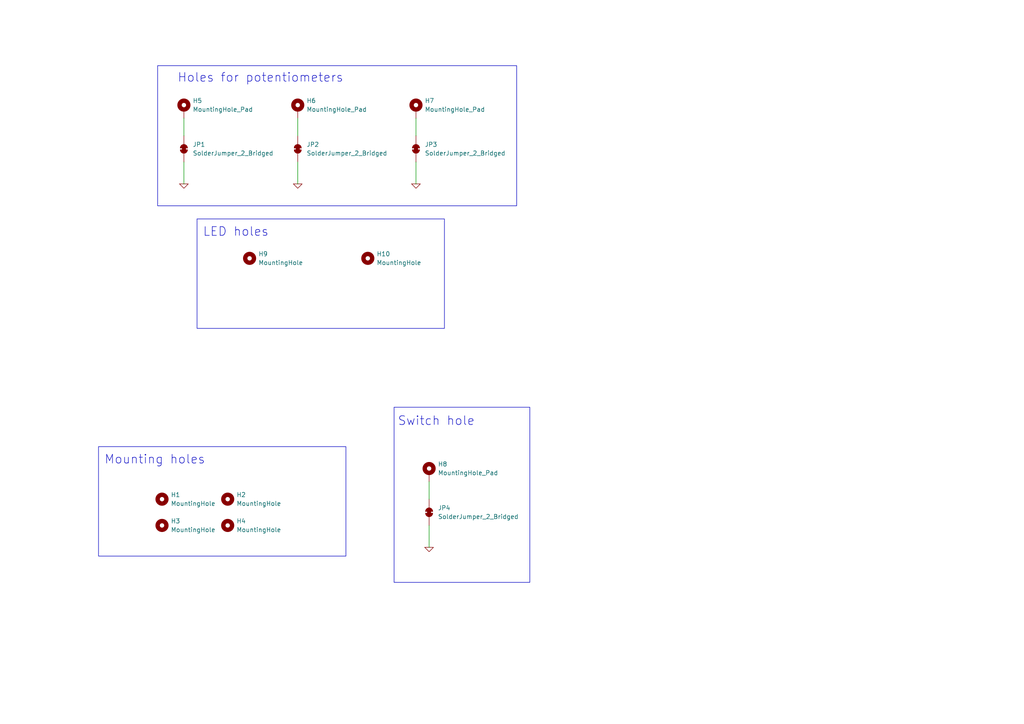
<source format=kicad_sch>
(kicad_sch (version 20250114) (generator "eeschema") (generator_version "9.0")
  (paper "A4")
  (lib_symbols
    (symbol "Jumper:SolderJumper_2_Bridged" (pin_numbers (hide yes)) (pin_names (offset 0) (hide yes)) (exclude_from_sim yes) (in_bom no)
      (property "Reference" "JP" (at 0 2.032 0))
      (property "Value" "SolderJumper_2_Bridged" (at 0 -2.54 0))
      (symbol "SolderJumper_2_Bridged_0_1"
        (rectangle (start -0.508 0.508) (end 0.508 -0.508) (fill (type outline)))
        (polyline (pts (xy -0.254 1.016) (xy -0.254 -1.016)))
        (arc (start -0.254 -1.016) (mid -1.2656 0) (end -0.254 1.016))
        (arc (start -0.254 -1.016) (mid -1.2656 0) (end -0.254 1.016) (fill (type outline)))
        (arc (start 0.254 1.016) (mid 1.2656 0) (end 0.254 -1.016))
        (arc (start 0.254 1.016) (mid 1.2656 0) (end 0.254 -1.016) (fill (type outline)))
        (polyline (pts (xy 0.254 1.016) (xy 0.254 -1.016)))
      )
      (symbol "SolderJumper_2_Bridged_1_1"
        (pin passive line (at -3.81 0 0) (length 2.54) (name "A") (number "1"))
        (pin passive line (at 3.81 0 180) (length 2.54) (name "B") (number "2"))
      )
    )
    (symbol "Mechanical:MountingHole" (pin_names (offset 1.016))
      (property "Reference" "H" (at 0 5.08 0))
      (property "Value" "MountingHole" (at 0 3.175 0))
      (symbol "MountingHole_0_1"
        (circle (center 0 0) (radius 1.27) (stroke (width 1.27)))
      )
    )
    (symbol "Mechanical:MountingHole_Pad" (pin_numbers (hide yes)) (pin_names (offset 1.016) (hide yes)) (exclude_from_sim yes) (in_bom no)
      (property "Reference" "H" (at 0 6.35 0))
      (property "Value" "MountingHole_Pad" (at 0 4.445 0))
      (symbol "MountingHole_Pad_0_1"
        (circle (center 0 1.27) (radius 1.27) (stroke (width 1.27)))
      )
      (symbol "MountingHole_Pad_1_1"
        (pin input line (at 0 -2.54 90) (length 2.54) (name "1") (number "1"))
      )
    )
    (symbol "MountingHole_1" (pin_names (offset 1.016)) (exclude_from_sim yes) (in_bom no)
      (property "Reference" "H" (at 0 5.08 0))
      (property "Value" "MountingHole" (at 0 3.175 0))
      (symbol "MountingHole_1_0_1"
        (circle (center 0 0) (radius 1.27) (stroke (width 1.27)))
      )
    )
    (symbol "Simulation_SPICE:0" (power) (pin_numbers (hide yes)) (pin_names (offset 0) (hide yes))
      (property "Value" "0" (at 0 -2.54 0))
      (symbol "0_0_1"
        (polyline (pts (xy -1.27 0) (xy 0 -1.27) (xy 1.27 0) (xy -1.27 0)))
      )
      (symbol "0_1_1"
        (pin power_in line (at 0 0 0) (length 0) (name "~") (number "1"))
      )
    )
  )
  (rectangle (start 45.72 19.05) (end 149.86 59.69))
  (rectangle (start 114.3 118.11) (end 153.67 168.91))
  (rectangle (start 57.15 63.5) (end 128.905 95.25))
  (rectangle (start 28.575 129.54) (end 100.33 161.29))
  (text "Mounting holes\n" (at 30.226 134.874 0) (effects (font (size 2.54 2.54)) (justify left bottom)))
  (text "Switch hole" (at 115.316 123.698 0) (effects (font (size 2.54 2.54)) (justify left bottom)))
  (text "LED holes\n" (at 58.801 68.834 0) (effects (font (size 2.54 2.54)) (justify left bottom)))
  (text "Holes for potentiometers\n" (at 51.435 24.13 0) (effects (font (size 2.54 2.54)) (justify left bottom)))
  (wire (pts (xy 53.34 46.99) (xy 53.34 53.34)))
  (wire (pts (xy 86.36 34.29) (xy 86.36 39.37)))
  (wire (pts (xy 86.36 46.99) (xy 86.36 53.34)))
  (wire (pts (xy 124.46 139.7) (xy 124.46 144.78)))
  (wire (pts (xy 120.65 34.29) (xy 120.65 39.37)))
  (wire (pts (xy 53.34 34.29) (xy 53.34 39.37)))
  (wire (pts (xy 120.65 46.99) (xy 120.65 53.34)))
  (wire (pts (xy 124.46 152.4) (xy 124.46 158.75)))
  (symbol (lib_id "Mechanical:MountingHole") (at 46.99 152.4 0) (unit 1)
    (property "Reference" "H3" (at 49.53 151.13 0) (effects (justify left)))
    (property "Value" "MountingHole" (at 49.53 153.67 0) (effects (justify left)))
    (property "Footprint" "MountingHole:MountingHole_3.2mm_M3_DIN965_Pad_TopBottom" (effects (hide yes)))
  )
  (symbol (lib_id "Jumper:SolderJumper_2_Bridged") (at 53.34 43.18 90) (unit 1) (in_bom no)
    (property "Reference" "JP1" (at 55.88 41.9099 90) (effects (justify right)))
    (property "Value" "SolderJumper_2_Bridged" (at 55.88 44.4499 90) (effects (justify right)))
    (property "Footprint" "Jumper:SolderJumper-2_P1.3mm_Bridged_RoundedPad1.0x1.5mm" (effects (hide yes)))
    (property "Description" "Solder Jumper, 2-pole, closed/bridged" (effects (hide yes)))
  )
  (symbol (lib_id "Simulation_SPICE:0") (at 86.36 53.34 0) (unit 1)
    (property "Reference" "#GND02" (effects (hide yes)))
    (property "Value" "0" (effects (hide yes)))
    (property "Datasheet" "https://ngspice.sourceforge.io/docs/ngspice-html-manual/manual.xhtml#subsec_Circuit_elements__device" (effects (hide yes)))
    (property "Description" "0V reference potential for simulation" (effects (hide yes)))
  )
  (symbol (lib_id "Simulation_SPICE:0") (at 124.46 158.75 0) (unit 1)
    (property "Reference" "#GND04" (effects (hide yes)))
    (property "Value" "0" (effects (hide yes)))
    (property "Datasheet" "https://ngspice.sourceforge.io/docs/ngspice-html-manual/manual.xhtml#subsec_Circuit_elements__device" (effects (hide yes)))
    (property "Description" "0V reference potential for simulation" (effects (hide yes)))
  )
  (symbol (lib_id "Mechanical:MountingHole") (at 66.04 144.78 0) (unit 1)
    (property "Reference" "H2" (at 68.58 143.51 0) (effects (justify left)))
    (property "Value" "MountingHole" (at 68.58 146.05 0) (effects (justify left)))
    (property "Footprint" "MountingHole:MountingHole_3.2mm_M3_DIN965_Pad_TopBottom" (effects (hide yes)))
  )
  (symbol (lib_id "Jumper:SolderJumper_2_Bridged") (at 86.36 43.18 90) (unit 1) (in_bom no)
    (property "Reference" "JP2" (at 88.9 41.9099 90) (effects (justify right)))
    (property "Value" "SolderJumper_2_Bridged" (at 88.9 44.4499 90) (effects (justify right)))
    (property "Footprint" "Jumper:SolderJumper-2_P1.3mm_Bridged_RoundedPad1.0x1.5mm" (effects (hide yes)))
    (property "Description" "Solder Jumper, 2-pole, closed/bridged" (effects (hide yes)))
  )
  (symbol (lib_id "Mechanical:MountingHole_Pad") (at 120.65 31.75 0) (unit 1) (in_bom no)
    (property "Reference" "H7" (at 123.19 29.2099 0) (effects (justify left)))
    (property "Value" "MountingHole_Pad" (at 123.19 31.7499 0) (effects (justify left)))
    (property "Footprint" "pedale:plated_pot_hole" (effects (hide yes)))
    (property "Description" "Mounting Hole with connection" (effects (hide yes)))
  )
  (symbol (lib_id "Mechanical:MountingHole") (at 46.99 144.78 0) (unit 1)
    (property "Reference" "H1" (at 49.53 143.51 0) (effects (justify left)))
    (property "Value" "MountingHole" (at 49.53 146.05 0) (effects (justify left)))
    (property "Footprint" "MountingHole:MountingHole_3.2mm_M3_DIN965_Pad_TopBottom" (effects (hide yes)))
  )
  (symbol (lib_id "Mechanical:MountingHole_Pad") (at 86.36 31.75 0) (unit 1) (in_bom no)
    (property "Reference" "H6" (at 88.9 29.2099 0) (effects (justify left)))
    (property "Value" "MountingHole_Pad" (at 88.9 31.7499 0) (effects (justify left)))
    (property "Footprint" "pedale:plated_pot_hole" (effects (hide yes)))
    (property "Description" "Mounting Hole with connection" (effects (hide yes)))
  )
  (symbol (lib_id "Simulation_SPICE:0") (at 120.65 53.34 0) (unit 1)
    (property "Reference" "#GND03" (effects (hide yes)))
    (property "Value" "0" (effects (hide yes)))
    (property "Datasheet" "https://ngspice.sourceforge.io/docs/ngspice-html-manual/manual.xhtml#subsec_Circuit_elements__device" (effects (hide yes)))
    (property "Description" "0V reference potential for simulation" (effects (hide yes)))
  )
  (symbol (lib_id "Mechanical:MountingHole") (at 66.04 152.4 0) (unit 1)
    (property "Reference" "H4" (at 68.58 151.13 0) (effects (justify left)))
    (property "Value" "MountingHole" (at 68.58 153.67 0) (effects (justify left)))
    (property "Footprint" "MountingHole:MountingHole_3.2mm_M3_DIN965_Pad_TopBottom" (effects (hide yes)))
  )
  (symbol (lib_id "Jumper:SolderJumper_2_Bridged") (at 124.46 148.59 90) (unit 1) (in_bom no)
    (property "Reference" "JP4" (at 127 147.3199 90) (effects (justify right)))
    (property "Value" "SolderJumper_2_Bridged" (at 127 149.8599 90) (effects (justify right)))
    (property "Footprint" "Jumper:SolderJumper-2_P1.3mm_Bridged_RoundedPad1.0x1.5mm" (effects (hide yes)))
    (property "Description" "Solder Jumper, 2-pole, closed/bridged" (effects (hide yes)))
  )
  (symbol (lib_id "Mechanical:MountingHole_Pad") (at 53.34 31.75 0) (unit 1) (in_bom no)
    (property "Reference" "H5" (at 55.88 29.2099 0) (effects (justify left)))
    (property "Value" "MountingHole_Pad" (at 55.88 31.7499 0) (effects (justify left)))
    (property "Footprint" "pedale:plated_pot_hole" (effects (hide yes)))
    (property "Description" "Mounting Hole with connection" (effects (hide yes)))
  )
  (symbol (lib_name "MountingHole_1") (lib_id "Mechanical:MountingHole") (at 72.39 74.93 0) (unit 1) (exclude_from_sim yes) (in_bom no)
    (property "Reference" "H9" (at 74.93 73.6599 0) (effects (justify left)))
    (property "Value" "MountingHole" (at 74.93 76.1999 0) (effects (justify left)))
    (property "Footprint" "MountingHole:MountingHole_3mm" (effects (hide yes)))
    (property "Description" "Mounting Hole without connection" (effects (hide yes)))
  )
  (symbol (lib_id "Mechanical:MountingHole_Pad") (at 124.46 137.16 0) (unit 1) (in_bom no)
    (property "Reference" "H8" (at 127 134.6199 0) (effects (justify left)))
    (property "Value" "MountingHole_Pad" (at 127 137.1599 0) (effects (justify left)))
    (property "Footprint" "pedale:plated_switch_hole" (effects (hide yes)))
    (property "Description" "Mounting Hole with connection" (effects (hide yes)))
  )
  (symbol (lib_id "Simulation_SPICE:0") (at 53.34 53.34 0) (unit 1)
    (property "Reference" "#GND01" (effects (hide yes)))
    (property "Value" "0" (effects (hide yes)))
    (property "Datasheet" "https://ngspice.sourceforge.io/docs/ngspice-html-manual/manual.xhtml#subsec_Circuit_elements__device" (effects (hide yes)))
    (property "Description" "0V reference potential for simulation" (effects (hide yes)))
  )
  (symbol (lib_name "MountingHole_1") (lib_id "Mechanical:MountingHole") (at 106.68 74.93 0) (unit 1) (exclude_from_sim yes) (in_bom no)
    (property "Reference" "H10" (at 109.22 73.6599 0) (effects (justify left)))
    (property "Value" "MountingHole" (at 109.22 76.1999 0) (effects (justify left)))
    (property "Footprint" "MountingHole:MountingHole_3mm" (effects (hide yes)))
    (property "Description" "Mounting Hole without connection" (effects (hide yes)))
  )
  (symbol (lib_id "Jumper:SolderJumper_2_Bridged") (at 120.65 43.18 90) (unit 1) (in_bom no)
    (property "Reference" "JP3" (at 123.19 41.9099 90) (effects (justify right)))
    (property "Value" "SolderJumper_2_Bridged" (at 123.19 44.4499 90) (effects (justify right)))
    (property "Footprint" "Jumper:SolderJumper-2_P1.3mm_Bridged_RoundedPad1.0x1.5mm" (effects (hide yes)))
    (property "Description" "Solder Jumper, 2-pole, closed/bridged" (effects (hide yes)))
  )
)
</source>
